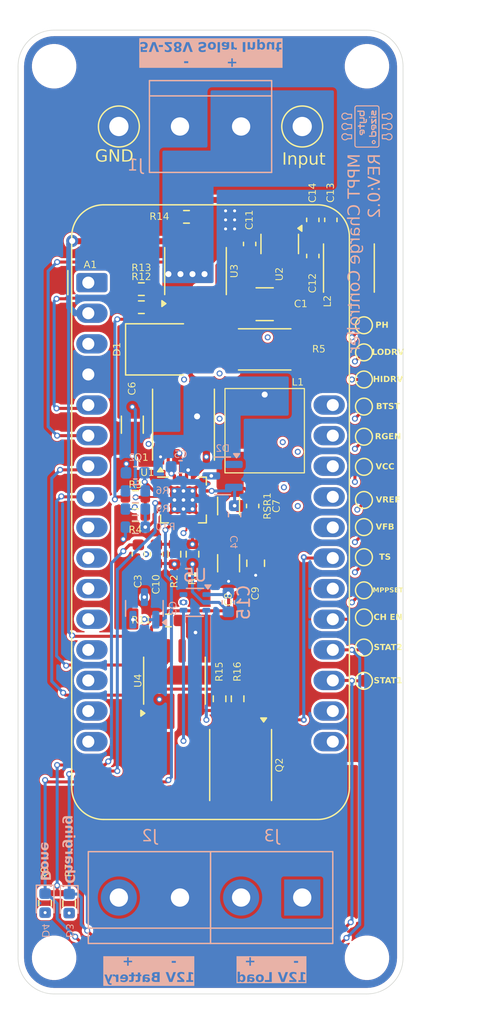
<source format=kicad_pcb>
(kicad_pcb (version 20240108) (generator "pcbnew") (generator_version "8.0")
  (title_block (title "MPPT Charge Controller") (rev "0.2"))
  (layers (0 "F.Cu" signal) (1 "In1.Cu" signal) (2 "In2.Cu" signal) (31 "B.Cu" signal) (34 "B.Paste" user) (35 "F.Paste" user) (36 "B.SilkS" user "B.Silkscreen") (37 "F.SilkS" user "F.Silkscreen") (38 "B.Mask" user) (39 "F.Mask" user) (44 "Edge.Cuts" user))
  (net 0 "")
  (net 3 "/STAT2")
  (net 5 "/Battery Current")
  (net 9 "/Battery Voltage")
  (net 13 "/STAT1")
  (net 15 "/~{Charge EN}")
  (net 17 "+3.3V")
  (net 21 "/SD_CS")
  (net 22 "/Solar Current")
  (net 23 "/Solar Voltage")
  (net 24 "GND")
  (net 26 "Net-(C1-Pad1)")
  (net 27 "/VCC")
  (net 28 "/VREF")
  (net 29 "/RGEN")
  (net 30 "/PH")
  (net 31 "/BTST")
  (net 32 "Net-(D1-K)")
  (net 33 "Net-(U1-SRP)")
  (net 34 "Net-(U1-SRN)")
  (net 35 "/VFB")
  (net 36 "/VIN")
  (net 37 "Net-(U2-BST)")
  (net 38 "Net-(U2-SW)")
  (net 39 "Net-(D3-A)")
  (net 40 "Net-(D4-A)")
  (net 41 "Net-(J2-Pin_2)")
  (net 42 "/LODRV")
  (net 43 "/HIDRV")
  (net 44 "/MPPSET")
  (net 45 "/TS")
  (net 46 "Net-(U4-FILTER)")
  (net 47 "Net-(U3-FILTER)")
  (net 48 "Net-(J3-Pin_1)")
  (net 49 "/Load Enable")
  (net 54 "PWR GND")
  (net 55 "/Input")
  (net 56 "/SCL")
  (net 57 "/SDA")
  (footprint "Capacitor_SMD:C_0603_1608Metric" (layer "F.Cu") (at 105.5 103.5 -90)
    (property "Reference" "C10")
    (property "Value" "22pF")
  )
  (footprint "Resistor_SMD:R_2512_6332Metric" (layer "F.Cu") (at 114.5 86.5)
    (property "Reference" "R5")
    (property "Value" "2")
  )
  (footprint "Package_SO:SOIC-8_3.9x4.9mm_P1.27mm" (layer "F.Cu") (at 108.75 80 90)
    (property "Reference" "U3")
    (property "Value" "ACS712xLCTR-05B")
  )
  (footprint "MountingHole:MountingHole_3.2mm_M3" (layer "F.Cu") (at 123 63)
    (property "Reference" "REF**" (hide yes))
    (property "Value" "MountingHole_3.2mm_M3")
  )
  (footprint "Resistor_SMD:R_0603_1608Metric" (layer "F.Cu") (at 98.25 132.5 -90)
    (property "Reference" "R7")
    (property "Value" "10k")
  )
  (footprint "Resistor_SMD:R_0603_1608Metric" (layer "F.Cu") (at 96.25 132.4625 -90)
    (property "Reference" "R8")
    (property "Value" "10k")
  )
  (footprint "TestPoint:TestPoint_Pad_D1.0mm" (layer "F.Cu") (at 122.75 93.75 180)
    (property "Reference" "TP8" (hide yes))
    (property "Value" "TestPoint")
  )
  (footprint "" (layer "F.Cu") (at 123 137)
    (property "Reference" "")
    (property "Value" "")
  )
  (footprint "Capacitor_SMD:C_0603_1608Metric" (layer "F.Cu") (at 113.25 77.75 90)
    (property "Reference" "C11")
    (property "Value" "10uF")
  )
  (footprint "Inductor_SMD:L_Vishay_IFSC-1515AH_4x4x1.8mm" (layer "F.Cu") (at 121.5 79.75 90)
    (property "Reference" "L2")
    (property "Value" "4.7uH")
  )
  (footprint "TestPoint:TestPoint_Pad_D1.0mm" (layer "F.Cu") (at 122.75 106.5 180)
    (property "Reference" "TP3" (hide yes))
    (property "Value" "TestPoint")
  )
  (footprint "TestPoint:TestPoint_Pad_D1.0mm" (layer "F.Cu") (at 122.75 103.75 180)
    (property "Reference" "TP4" (hide yes))
    (property "Value" "TestPoint")
  )
  (footprint "Capacitor_SMD:C_1206_3216Metric" (layer "F.Cu") (at 111.5 104.25 90)
    (property "Reference" "C8")
    (property "Value" "10uF")
  )
  (footprint "TestPoint:TestPoint_Pad_D1.0mm" (layer "F.Cu") (at 122.75 91.25 180)
    (property "Reference" "TP9" (hide yes))
    (property "Value" "TestPoint")
  )
  (footprint "Resistor_SMD:R_0603_1608Metric" (layer "F.Cu") (at 103.75 98.75)
    (property "Reference" "R3")
    (property "Value" "499k")
  )
  (footprint "Package_SO:SOIC-8_3.9x4.9mm_P1.27mm" (layer "F.Cu") (at 107 114 90)
    (property "Reference" "U4")
    (property "Value" "ACS712")
  )
  (footprint "Capacitor_SMD:C_0603_1608Metric" (layer "F.Cu") (at 104 103.5 -90)
    (property "Reference" "C3")
    (property "Value" "1uF")
  )
  (footprint "TestPoint:TestPoint_Pad_D1.0mm" (layer "F.Cu") (at 122.75 86.75 180)
    (property "Reference" "TP11" (hide yes))
    (property "Value" "TestPoint")
  )
  (footprint "Resistor_SMD:R_0603_1608Metric" (layer "F.Cu") (at 104.25 83 180)
    (property "Reference" "R12")
    (property "Value" "499k")
  )
  (footprint "TestPoint:TestPoint_Pad_D1.0mm" (layer "F.Cu") (at 122.75 96.25 180)
    (property "Reference" "TP1" (hide yes))
    (property "Value" "TestPoint")
  )
  (footprint "Capacitor_SMD:C_1210_3225Metric" (layer "F.Cu") (at 114.5 82.75 180)
    (property "Reference" "C1")
    (property "Value" "2.2uF")
  )
  (footprint "Package_SO:PowerPAK_SO-8_Dual" (layer "F.Cu") (at 107.75 92.75 90)
    (property "Reference" "Q1")
    (property "Value" "Q_Dual_NMOS_S1G1S2G2D2D2D1D1")
  )
  (footprint "Resistor_SMD:R_0603_1608Metric" (layer "F.Cu") (at 108.5 103.5 -90)
    (property "Reference" "R1")
    (property "Value" "100k")
  )
  (footprint "Resistor_SMD:R_0603_1608Metric" (layer "F.Cu") (at 108 75.5 180)
    (property "Reference" "R14")
    (property "Value" "100k")
  )
  (footprint "Resistor_SMD:R_1206_3216Metric" (layer "F.Cu") (at 111.5 99.5 90)
    (property "Reference" "RSR1")
    (property "Value" "0.02")
  )
  (footprint "Package_TO_SOT_SMD:TSOT-23-6" (layer "F.Cu") (at 115.75 77.75 -90)
    (property "Reference" "U2")
    (property "Value" "AP63203WU")
  )
  (footprint "" (layer "F.Cu") (at 97 137)
    (property "Reference" "")
    (property "Value" "")
  )
  (footprint "TestPoint:TestPoint_Loop_D2.60mm_Drill1.6mm_Beaded" (layer "F.Cu") (at 117.62 68)
    (property "Reference" "TP15" (hide yes))
    (property "Value" "TestPoint")
  )
  (footprint "" (layer "F.Cu") (at 97 63)
    (property "Reference" "")
    (property "Value" "")
  )
  (footprint "Module:Adafruit_Feather" (layer "F.Cu") (at 110 100)
    (property "Reference" "A1")
    (property "Value" "Adafruit_Feather_HUZZAH32_ESP32")
  )
  (footprint "Resistor_SMD:R_0603_1608Metric" (layer "F.Cu") (at 103.75 100.25 180)
    (property "Reference" "R4")
    (property "Value" "36k")
  )
  (footprint "Capacitor_SMD:C_0603_1608Metric" (layer "F.Cu") (at 118.5 75.75 90)
    (property "Reference" "C14")
    (property "Value" "22uF")
  )
  (footprint "TestPoint:TestPoint_Pad_D1.0mm" (layer "F.Cu") (at 122.75 114.01 180)
    (property "Reference" "TP6" (hide yes))
    (property "Value" "TestPoint")
  )
  (footprint "MPPT Charge Controller Footprint Library:L_Vishay_6.9x6.5" (layer "F.Cu") (at 114.5 93.25 -90)
    (property "Reference" "L1")
    (property "Value" "10uH")
  )
  (footprint "Resistor_SMD:R_0603_1608Metric" (layer "F.Cu") (at 107 103.5 90)
    (property "Reference" "R2")
    (property "Value" "499k")
  )
  (footprint "TestPoint:TestPoint_Pad_D1.0mm" (layer "F.Cu") (at 122.75 101.25 180)
    (property "Reference" "TP5" (hide yes))
    (property "Value" "TestPoint")
  )
  (footprint "TestPoint:TestPoint_Pad_D1.0mm" (layer "F.Cu") (at 122.75 111.25 180)
    (property "Reference" "TP7" (hide yes))
    (property "Value" "TestPoint")
  )
  (footprint "Resistor_SMD:R_0603_1608Metric" (layer "F.Cu") (at 104.25 81.5)
    (property "Reference" "R13")
    (property "Value" "68k")
  )
  (footprint "TestPoint:TestPoint_Pad_D1.0mm" (layer "F.Cu") (at 122.75 108.75 180)
    (property "Reference" "TP13" (hide yes))
    (property "Value" "TestPoint")
  )
  (footprint "Capacitor_SMD:C_0603_1608Metric" (layer "F.Cu") (at 118.5 78.75 90)
    (property "Reference" "C12")
    (property "Value" "0.1uF")
  )
  (footprint "Capacitor_SMD:C_0805_2012Metric" (layer "F.Cu") (at 113.75 104.25 90)
    (property "Reference" "C9")
    (property "Value" "4.7uF")
  )
  (footprint "Resistor_SMD:R_0603_1608Metric" (layer "F.Cu") (at 110.75 115.5 90)
    (property "Reference" "R15")
    (property "Value" "499k")
  )
  (footprint "Resistor_SMD:R_0603_1608Metric" (layer "F.Cu") (at 112.25 115.5 -90)
    (property "Reference" "R16")
    (property "Value" "150k")
  )
  (footprint "Package_SO:PowerPAK_SO-8_Dual" (layer "F.Cu") (at 112.5 121 -90)
    (property "Reference" "Q2")
    (property "Value" "Q_Dual_NMOS_S1G1S2G2D2D2D1D1")
  )
  (footprint "Capacitor_SMD:C_0603_1608Metric" (layer "F.Cu") (at 113.5 99.5 -90)
    (property "Reference" "C7")
    (property "Value" "0.1uF")
  )
  (footprint "Capacitor_SMD:C_1206_3216Metric" (layer "F.Cu") (at 103.5 92.75 90)
    (property "Reference" "C6")
    (property "Value" "10uF")
  )
  (footprint "TestPoint:TestPoint_Pad_D1.0mm" (layer "F.Cu") (at 122.75 84.5 180)
    (property "Reference" "TP12" (hide yes))
    (property "Value" "TestPoint")
  )
  (footprint "TestPoint:TestPoint_Pad_D1.0mm" (layer "F.Cu") (at 122.75 99 180)
    (property "Reference" "TP2" (hide yes))
    (property "Value" "TestPoint")
  )
  (footprint "Resistor_SMD:R_0603_1608Metric" (layer "F.Cu") (at 106.5 109 180)
    (property "Reference" "R11")
    (property "Value" "100k")
  )
  (footprint "Capacitor_SMD:C_0603_1608Metric" (layer "F.Cu") (at 120 75.75 90)
    (property "Reference" "C13")
    (property "Value" "22uF")
  )
  (footprint "TestPoint:TestPoint_Loop_D2.60mm_Drill1.6mm_Beaded" (layer "F.Cu") (at 102.38 68)
    (property "Reference" "TP14" (hide yes))
    (property "Value" "TestPoint")
  )
  (footprint "Diode_SMD:D_PowerDI-5" (layer "F.Cu") (at 106.75 86.5)
    (property "Reference" "D1")
    (property "Value" "PDS1040")
  )
  (footprint "MPPT Charge Controller Footprint Library:VQFN-16_EP_3.5x3.5_Pitch0.5mm" (layer "F.Cu") (at 107.75 99)
    (property "Reference" "U1")
    (property "Value" "~")
  )
  (footprint "TestPoint:TestPoint_Pad_D1.0mm" (layer "F.Cu") (at 122.75 89 180)
    (property "Reference" "TP10" (hide yes))
    (property "Value" "TestPoint")
  )
  (footprint "Capacitor_SMD:C_0603_1608Metric" (layer "B.Cu") (at 112 100.25 -90)
    (property "Reference" "C4")
    (property "Value" "1uF")
  )
  (footprint "NetTie:NetTie-2_SMD_Pad0.5mm" (layer "B.Cu") (at 107.75 97.75 90)
    (property "Reference" "NT2" (hide yes))
    (property "Value" "~" (hide yes))
  )
  (footprint "Resistor_SMD:R_0603_1608Metric" (layer "B.Cu") (at 103.75 98.25)
    (property "Reference" "R6")
    (property "Value" "10")
  )
  (footprint "TerminalBlock:TerminalBlock_bornier-2_P5.08mm" (layer "B.Cu") (at 117.62 132 180)
    (property "Reference" "J3")
    (property "Value" "Conn_01x02_Socket")
  )
  (footprint "Package_TO_SOT_SMD:SOT-363_SC-70-6" (layer "B.Cu") (at 108.7 107.5 180)
    (property "Reference" "U5")
    (property "Value" "MCP4018")
  )
  (footprint "LED_SMD:LED_0603_1608Metric" (layer "B.Cu") (at 96.25 132.4625 -90)
    (property "Reference" "D4")
    (property "Value" "GREEN")
  )
  (footprint "Resistor_SMD:R_0603_1608Metric" (layer "B.Cu") (at 103.75 99.75)
    (property "Reference" "R9")
    (property "Value" "5.23k")
  )
  (footprint "NetTie:NetTie-2_SMD_Pad0.5mm" (layer "B.Cu") (at 107.75 100.25 -90)
    (property "Reference" "NT4" (hide yes))
    (property "Value" "~" (hide yes))
  )
  (footprint "New Logo:byteSizedEngineeringLogo-5mm" (layer "B.Cu") (at 123 68 -90)
    (property "Reference" "G***" (hide yes))
    (property "Value" "LOGO" (hide yes))
  )
  (footprint "Capacitor_SMD:C_0603_1608Metric" (layer "B.Cu") (at 111.475 107.5 -90)
    (property "Reference" "C15")
    (property "Value" "0.1uF")
  )
  (footprint "Capacitor_SMD:C_0603_1608Metric" (layer "B.Cu") (at 107.5 96.25 180)
    (property "Reference" "C5")
    (property "Value" "0.1uF")
  )
  (footprint "TerminalBlock:TerminalBlock_bornier-2_P5.08mm" (layer "B.Cu") (at 107.46 132 180)
    (property "Reference" "J2")
    (property "Value" "Conn_01x02_Socket")
  )
  (footprint "LED_SMD:LED_0603_1608Metric" (layer "B.Cu") (at 98.25 132.5 -90)
    (property "Reference" "D3")
    (property "Value" "RED")
  )
  (footprint "Package_TO_SOT_SMD:SOT-23" (layer "B.Cu") (at 104.5 108 90)
    (property "Reference" "Q3")
    (property "Value" "2N7002")
  )
  (footprint "Resistor_SMD:R_0603_1608Metric" (layer "B.Cu") (at 103.75 101.25 180)
    (property "Reference" "R10")
    (property "Value" "30.1k")
  )
  (footprint "TerminalBlock:TerminalBlock_bornier-2_P5.08mm" (layer "B.Cu") (at 107.46 68)
    (property "Reference" "J1")
    (property "Value" "Conn_01x02_Socket")
  )
  (footprint "NetTie:NetTie-2_SMD_Pad0.5mm" (layer "B.Cu") (at 109 99)
    (property "Reference" "NT1" (hide yes))
    (property "Value" "~" (hide yes))
  )
  (footprint "NetTie:NetTie-2_SMD_Pad0.5mm" (layer "B.Cu") (at 106.5 99 180)
    (property "Reference" "NT3" (hide yes))
    (property "Value" "~" (hide yes))
  )
  (footprint "Capacitor_SMD:C_0603_1608Metric" (layer "B.Cu") (at 103.75 96.75 180)
    (property "Reference" "C2")
    (property "Value" "1uF")
  )
  (footprint "Package_TO_SOT_SMD:SOT-23" (layer "B.Cu") (at 111 97 180)
    (property "Reference" "D2")
    (property "Value" "BAT54C")
  )
  (gr_line (start 97 60) (end 123 60) (stroke (width 0.05)) (layer "Edge.Cuts"))
  (gr_arc (start 94 63) (mid 94.87868 60.87868) (end 97 60) (stroke (width 0.05)) (layer "Edge.Cuts"))
  (gr_line (start 123 140) (end 97 140) (stroke (width 0.05)) (layer "Edge.Cuts"))
  (gr_arc (start 97 140) (mid 94.87868 139.12132) (end 94 137) (stroke (width 0.05)) (layer "Edge.Cuts"))
  (gr_arc (start 126 137) (mid 125.12132 139.12132) (end 123 140) (stroke (width 0.05)) (layer "Edge.Cuts"))
  (gr_arc (start 123 60) (mid 125.12132 60.87868) (end 126 63) (stroke (width 0.05)) (layer "Edge.Cuts"))
  (gr_line (start 126 63) (end 126 137) (stroke (width 0.05)) (layer "Edge.Cuts"))
  (gr_line (start 94 137) (end 94 63) (stroke (width 0.05)) (layer "Edge.Cuts"))
  (gr_text "Charging" (at 98.25 128 -90) (layer "B.SilkS") (effects (font (size 0.8 0.8) (thickness 0.15) (bold yes)) (justify mirror)))
  (gr_text "-        +\n12V Battery" (at 104.92 138 0) (layer "B.SilkS" knockout) (effects (font (size 0.8 0.8) (thickness 0.15) (bold yes)) (justify mirror)))
  (gr_text "-        +\n12V Load" (at 115.08 138 0) (layer "B.SilkS" knockout) (effects (font (size 0.8 0.8) (thickness 0.15) (bold yes)) (justify mirror)))
  (gr_text "Done" (at 96.25 129 -90) (layer "B.SilkS") (effects (font (size 0.8 0.8) (thickness 0.15) (bold yes)) (justify mirror)))
  (gr_text "${TITLE}\nREV:${REVISION}" (at 124.250218 70.25 90) (layer "B.SilkS") (effects (font (size 1 1) (thickness 0.1)) (justify left bottom mirror)))
  (gr_text "-        +\n5V-28V Solar Input" (at 110 62 180) (layer "B.SilkS" knockout) (effects (font (size 0.8 0.8) (thickness 0.15) (bold yes)) (justify mirror)))
  (gr_text "MPPSET" (at 124.75 106.5 0) (layer "F.SilkS") (effects (font (size 0.4 0.4) (thickness 0.1) (bold yes))))
  (gr_text "PH" (at 124.25 84.5 0) (layer "F.SilkS") (effects (font (size 0.5 0.5) (thickness 0.1) (bold yes))))
  (gr_text "VREF" (at 124.75 99 0) (layer "F.SilkS") (effects (font (size 0.5 0.5) (thickness 0.1) (bold yes))))
  (gr_text "VCC" (at 124.5 96.25 0) (layer "F.SilkS") (effects (font (size 0.5 0.5) (thickness 0.1) (bold yes))))
  (gr_text "BTST" (at 124.75 91.25 0) (layer "F.SilkS") (effects (font (size 0.5 0.5) (thickness 0.1) (bold yes))))
  (gr_text "CH EN" (at 124.75 108.75 0) (layer "F.SilkS") (effects (font (size 0.5 0.5) (thickness 0.1) (bold yes))))
  (gr_text "LODRV" (at 124.75 86.75 0) (layer "F.SilkS") (effects (font (size 0.5 0.5) (thickness 0.1) (bold yes))))
  (gr_text "VFB" (at 124.5 101.25 0) (layer "F.SilkS") (effects (font (size 0.5 0.5) (thickness 0.1) (bold yes))))
  (gr_text "RGEN" (at 124.75 93.75 0) (layer "F.SilkS") (effects (font (size 0.5 0.5) (thickness 0.1) (bold yes))))
  (gr_text "Input" (at 117.75 70.75 0) (layer "F.SilkS") (effects (font (size 1 1))))
  (gr_text "STAT1" (at 124.75 114.01 0) (layer "F.SilkS") (effects (font (size 0.5 0.5) (thickness 0.1) (bold yes))))
  (gr_text "STAT2" (at 124.75 111.25 0) (layer "F.SilkS") (effects (font (size 0.5 0.5) (thickness 0.1) (bold yes))))
  (gr_text "GND" (at 102 70.5 0) (layer "F.SilkS") (effects (font (size 1 1))))
  (gr_text "HIDRV" (at 124.75 89 0) (layer "F.SilkS") (effects (font (size 0.5 0.5) (thickness 0.1) (bold yes))))
  (gr_text "TS" (at 124.5 103.75 0) (layer "F.SilkS") (effects (font (size 0.5 0.5) (thickness 0.1) (bold yes))))
  (segment (start 121.3 135.35) (end 120.4 136.25) (width 0.25) (layer "F.Cu") (net 3))
  (segment (start 120.4 136.25) (end 99.75 136.25) (width 0.25) (layer "F.Cu") (net 3))
  (segment (start 122.75 111.25) (end 122.56 111.44) (width 0.25) (layer "F.Cu") (net 3))
  (segment (start 107 100.75) (end 106.25 101.5) (width 0.25) (layer "F.Cu") (net 3))
  (segment (start 96.25 122.25) (end 96.4 122.4) (width 0.25) (layer "F.Cu") (net 3))
  (segment (start 122.56 111.44) (end 121.75 111.44) (width 0.25) (layer "F.Cu") (net 3))
  (segment (start 121.75 111.44) (end 120.16 111.44) (width 0.25) (layer "F.Cu") (net 3))
  (segment (start 106.35 122.4) (end 106.5 122.25) (width 0.25) (layer "F.Cu") (net 3))
  (segment (start 99.75 136.25) (end 98.75 135.25) (width 0.25) (layer "F.Cu") (net 3))
  (segment (start 96.4 122.4) (end 106.35 122.4) (width 0.25) (layer "F.Cu") (net 3))
  (via (at 106.5 122.25) (size 0.5) (drill 0.3) (layers "F.Cu" "B.Cu") (net 3))
  (via (at 96.25 122.25) (size 0.5) (drill 0.3) (layers "F.Cu" "B.Cu") (net 3))
  (via (at 121.3 135.35) (size 0.5) (drill 0.3) (layers "F.Cu" "B.Cu") (net 3))
  (via (at 98.75 135.25) (size 0.5) (drill 0.3) (layers "F.Cu" "B.Cu") (net 3))
  (via (at 121.75 111.44) (size 0.5) (drill 0.3) (layers "F.Cu" "B.Cu") (net 3))
  (via (at 106.25 101.5) (size 0.5) (drill 0.3) (layers "F.Cu" "B.Cu") (net 3))
  (segment (start 106.25 101.5) (end 106.25 105.25) (width 0.25) (layer "B.Cu") (net 3))
  (segment (start 121.3 135.35) (end 122.4 134.25) (width 0.25) (layer "B.Cu") (net 3))
  (segment (start 98.75 135.25) (end 97.25 133.75) (width 0.25) (layer "B.Cu") (net 3))
  (segment (start 106.75 122) (end 106.5 122.25) (width 0.25) (layer "B.Cu") (net 3))
  (segment (start 122.4 112.09) (end 121.75 111.44) (width 0.25) (layer "B.Cu") (net 3))
  (segment (start 97.25 132.5) (end 96.425 131.675) (width 0.25) (layer "B.Cu") (net 3))
  (segment (start 97.25 133.75) (end 97.25 132.5) (width 0.25) (layer "B.Cu") (net 3))
  (segment (start 106.75 105.75) (end 106.75 122) (width 0.25) (layer "B.Cu") (net 3))
  (segment (start 106.25 105.25) (end 106.75 105.75) (width 0.25) (layer "B.Cu") (net 3))
  (segment (start 96.425 131.675) (end 96.25 131.675) (width 0.25) (layer "B.Cu") (net 3))
  (segment (start 122.4 134.25) (end 122.4 112.09) (width 0.25) (layer "B.Cu") (net 3))
  (segment (start 96.25 131.675) (end 96.25 122.25) (width 0.25) (layer "B.Cu") (net 3))
  (segment (start 97.64 98.74) (end 99.84 98.74) (width 0.25) (layer "F.Cu") (net 5))
  (segment (start 98.05 112.7) (end 104.619092 112.7) (width 0.25) (layer "F.Cu") (net 5))
  (segment (start 98 112.75) (end 98.05 112.7) (width 0.25) (layer "F.Cu") (net 5))
  (segment (start 106.365 112.499999) (end 106.365 111.525) (width 0.25) (layer "F.Cu") (net 5))
  (segment (start 106.039999 112.825) (end 106.365 112.499999) (width 0.25) (layer "F.Cu") (net 5))
  (segment (start 104.619092 112.7) (end 104.744092 112.825) (width 0.25) (layer "F.Cu") (net 5))
  (segment (start 97.6 98.7) (end 97.64 98.74) (width 0.25) (layer "F.Cu") (net 5))
  (segment (start 104.744092 112.825) (end 106.039999 112.825) (width 0.25) (layer "F.Cu") (net 5))
  (via (at 97.6 98.7) (size 0.5) (drill 0.3) (layers "F.Cu" "B.Cu") (net 5))
  (via (at 98 112.75) (size 0.5) (drill 0.3) (layers "F.Cu" "B.Cu") (net 5))
  (segment (start 97.6 98.7) (end 97.2 99.1) (width 0.25) (layer "B.Cu") (net 5))
  (segment (start 97.2 111.95) (end 98 112.75) (width 0.25) (layer "B.Cu") (net 5))
  (segment (start 97.2 99.1) (end 97.2 111.95) (width 0.25) (layer "B.Cu") (net 5))
  (segment (start 103.5 114.7) (end 103 115.2) (width 0.25) (layer "F.Cu") (net 9))
  (segment (start 97.5 96.5) (end 99.54 96.5) (width 0.25) (layer "F.Cu") (net 9))
  (segment (start 110.725 114.7) (end 103.5 114.7) (width 0.25) (layer "F.Cu") (net 9))
  (segment (start 97.95 115.2) (end 97.75 115) (width 0.25) (layer "F.Cu") (net 9))
  (segment (start 99.54 96.5) (end 99.84 96.2) (width 0.25) (layer "F.Cu") (net 9))
  (segment (start 110.75 114.675) (end 112.25 114.675) (width 0.25) (layer "F.Cu") (net 9))
  (segment (start 103 115.2) (end 97.95 115.2) (width 0.25) (layer "F.Cu") (net 9))
  (segment (start 110.75 114.675) (end 110.725 114.7) (width 0.25) (layer "F.Cu") (net 9))
  (via (at 97.75 115) (size 0.5) (drill 0.3) (layers "F.Cu" "B.Cu") (net 9))
  (via (at 97.5 96.5) (size 0.5) (drill 0.3) (layers "F.Cu" "B.Cu") (net 9))
  (segment (start 97.75 115) (end 96.8 114.05) (width 0.25) (layer "B.Cu") (net 9))
  (segment (start 96.8 114.05) (end 96.8 97.2) (width 0.25) (layer "B.Cu") (net 9))
  (segment (start 96.8 97.2) (end 97.5 96.5) (width 0.25) (layer "B.Cu") (net 9))
  (segment (start 98.25 121.75) (end 98.5 121.5) (width 0.25) (layer "F.Cu") (net 13))
  (segment (start 100.75 135.75) (end 99.75 134.75) (width 0.25) (layer "F.Cu") (net 13))
  (segment (start 121.73 113.98) (end 121.75 114) (width 0.25) (layer "F.Cu") (net 13))
  (segment (start 98.5 121.5) (end 102.25 121.5) (width 0.25) (layer "F.Cu") (net 13))
  (segment (start 120.16 113.98) (end 121.73 113.98) (width 0.25) (layer "F.Cu") (net 13))
  (segment (start 122.75 114.01) (end 121.76 114.01) (width 0.25) (layer "F.Cu") (net 13))
  (segment (start 121.76 114.01) (end 121.75 114) (width 0.25) (layer "F.Cu") (net 13))
  (segment (start 119.95 135.75) (end 100.75 135.75) (width 0.25) (layer "F.Cu") (net 13))
  (segment (start 105.4 99.257149) (end 105.407149 99.25) (width 0.25) (layer "F.Cu") (net 13))
  (segment (start 105.407149 99.25) (end 106 99.25) (width 0.25) (layer "F.Cu") (net 13))
  (segment (start 121.65 134.05) (end 119.95 135.75) (width 0.25) (layer "F.Cu") (net 13))
  (via (at 121.75 114) (size 0.5) (drill 0.3) (layers "F.Cu" "B.Cu") (net 13))
  (via (at 105.4 99.257149) (size 0.5) (drill 0.3) (layers "F.Cu" "B.Cu") (net 13))
  (via (at 99.75 134.75) (size 0.5) (drill 0.3) (layers "F.Cu" "B.Cu") (net 13))
  (via (at 102.25 121.5) (size 0.5) (drill 0.3) (layers "F.Cu" "B.Cu") (net 13))
  (via (at 121.65 134.05) (size 0.5) (drill 0.3) (layers "F.Cu" "B.Cu") (net 13))
  (via (at 98.25 121.75) (size 0.5) (drill 0.3) (layers "F.Cu" "B.Cu") (net 13))
  (segment (start 105.4 101.648004) (end 102.298004 104.75) (width 0.25) (layer "B.Cu") (net 13))
  (segment (start 102.298004 104.75) (end 102.25 104.75) (width 0.25) (layer "B.Cu") (net 13))
  (segment (start 99.75 134.75) (end 99.25 134.25) (width 0.25) (layer "B.Cu") (net 13))
  (segment (start 121.65 134.05) (end 121.75 133.95) (width 0.25) (layer "B.Cu") (net 13))
  (segment (start 98.9625 131.7125) (end 98.25 131.7125) (width 0.25) (layer "B.Cu") (net 13))
  (segment (start 98.25 121.75) (end 98.25 131.7125) (width 0.25) (layer "B.Cu") (net 13))
  (segment (start 99.25 134.25) (end 99.25 132) (width 0.25) (layer "B.Cu") (net 13))
  (segment (start 102.25 104.75) (end 102.25 121.5) (width 0.25) (layer "B.Cu") (net 13))
  (segment (start 105.4 99.257149) (end 105.4 101.648004) (width 0.25) (layer "B.Cu") (net 13))
  (segment (start 121.75 133.95) (end 121.75 114) (width 0.25) (layer "B.Cu") (net 13))
  (segment (start 99.25 132) (end 98.9625 131.7125) (width 0.25) (layer "B.Cu") (net 13))
  (segment (start 122.75 108.75) (end 122.6 108.9) (width 0.25) (layer "F.Cu") (net 15))
  (segment (start 122.6 108.9) (end 120.16 108.9) (width 0.25) (layer "F.Cu") (net 15))
  (via (at 104.5 108.9) (size 0.5) (drill 0.3) (layers "F.Cu" "B.Cu") (net 15))
  (segment (start 104.5 108.9) (end 104.5375 108.9375) (width 0.25) (layer "B.Cu") (net 15))
  (segment (start 104.5375 108.9375) (end 105.45 108.9375) (width 0.25) (layer "B.Cu") (net 15))
  (segment (start 111.25 108.2) (end 111.5 107.95) (width 0.25) (layer "F.Cu") (net 17))
  (segment (start 118.5 76.525) (end 120 76.525) (width 0.5) (layer "F.Cu") (net 17))
  (segment (start 106.845 77.525) (end 106.845 75.83) (width 0.5) (layer "F.Cu") (net 17))
  (segment (start 107.175 75.5) (end 107.175 74.825) (width 0.5) (layer "F.Cu") (net 17))
  (segment (start 105.095 111.525) (end 105.095 109.58) (width 0.25) (layer "F.Cu") (net 17))
  (segment (start 111.5 106.775) (end 111.475 106.75) (width 0.25) (layer "F.Cu") (net 17))
  (segment (start 98.525 77.525) (end 98.5 77.5) (width 0.5) (layer "F.Cu") (net 17))
  (segment (start 105.095 109.58) (end 105.675 109) (width 0.25) (layer "F.Cu") (net 17))
  (segment (start 116.7 74.7) (end 116.7 76.6125) (width 0.5) (layer "F.Cu") (net 17))
  (segment (start 118.4125 76.6125) (end 118.5 76.525) (width 0.5) (layer "F.Cu") (net 17))
  (segment (start 107.175 74.825) (end 107.9 74.1) (width 0.5) (layer "F.Cu") (net 17))
  (segment (start 121.025 76.525) (end 120 76.525) (width 0.5) (layer "F.Cu") (net 17))
  (segment (start 121.5 78.275) (end 121.5 77) (width 0.5) (layer "F.Cu") (net 17))
  (segment (start 103.885 110.315) (end 105.095 111.525) (width 0.25) (layer "F.Cu") (net 17))
  (segment (start 121.5 77) (end 121.025 76.525) (width 0.5) (layer "F.Cu") (net 17))
  (segment (start 98.685 110.315) (end 103.885 110.315) (width 0.25) (layer "F.Cu") (net 17))
  (segment (start 107.9 74.1) (end 116.1 74.1) (width 0.5) (layer "F.Cu") (net 17))
  (segment (start 98.62 110.25) (end 98.685 110.315) (width 0.25) (layer "F.Cu") (net 17))
  (segment (start 111.5 107.95) (end 111.5 106.775) (width 0.25) (layer "F.Cu") (net 17))
  (segment (start 105.675 109) (end 106.475 108.2) (width 0.25) (layer "F.Cu") (net 17))
  (segment (start 106.845 75.83) (end 107.175 75.5) (width 0.5) (layer "F.Cu") (net 17))
  (segment (start 116.7 76.6125) (end 118.4125 76.6125) (width 0.5) (layer "F.Cu") (net 17))
  (segment (start 106.475 108.2) (end 111.25 108.2) (width 0.25) (layer "F.Cu") (net 17))
  (segment (start 98.5 110.25) (end 98.62 110.25) (width 0.25) (layer "F.Cu") (net 17))
  (segment (start 116.1 74.1) (end 116.7 74.7) (width 0.5) (layer "F.Cu") (net 17))
  (segment (start 106.845 77.525) (end 98.525 77.525) (width 0.5) (layer "F.Cu") (net 17))
  (via (at 98.5 110.25) (size 0.5) (drill 0.3) (layers "F.Cu" "B.Cu") (net 17))
  (via (at 98.5 77.5) (size 1) (drill 0.5) (layers "F.Cu" "B.Cu") (net 17))
  (via (at 111.475 106.75) (size 0.5) (drill 0.3) (layers "F.Cu" "B.Cu") (net 17))
  (segment (start 98.2 98.4444) (end 98.2 83.05) (width 0.25) (layer "B.Cu") (net 17))
  (segment (start 98.205 98.4494) (end 98.2 98.4444) (width 0.25) (layer "B.Cu") (net 17))
  (segment (start 109.65 106.85) (end 111.35 106.85) (width 0.25) (layer "B.Cu") (net 17))
  (segment (start 98.25 77.75) (end 98.25 83) (width 0.5) (layer "B.Cu") (net 17))
  (segment (start 98.5 110.25) (end 98.2 109.95) (width 0.25) (layer "B.Cu") (net 17))
  (segment (start 98.2 98.9556) (end 98.205 98.9506) (width 0.25) (layer "B.Cu") (net 17))
  (segment (start 98.205 98.9506) (end 98.205 98.4494) (width 0.25) (layer "B.Cu") (net 17))
  (segment (start 98.25 83) (end 98.75 83.5) (width 0.5) (layer "B.Cu") (net 17))
  (segment (start 98.2 83.05) (end 98.25 83) (width 0.25) (layer "B.Cu") (net 17))
  (segment (start 98.2 109.95) (end 98.2 98.9556) (width 0.25) (layer "B.Cu") (net 17))
  (segment (start 111.35 106.85) (end 111.475 106.725) (width 0.25) (layer "B.Cu") (net 17))
  (segment (start 98.75 83.5) (end 99.84 83.5) (width 0.5) (layer "B.Cu") (net 17))
  (segment (start 98.5 77.5) (end 98.25 77.75) (width 0.5) (layer "B.Cu") (net 17))
  (segment (start 108.115 77.525) (end 108.115 78.499999) (width 0.25) (layer "F.Cu") (net 22))
  (segment (start 108.115 78.499999) (end 107.364999 79.25) (width 0.25) (layer "F.Cu") (net 22))
  (segment (start 97.25 93.66) (end 99.84 93.66) (width 0.25) (layer "F.Cu") (net 22))
  (segment (start 107.364999 79.25) (end 97.25 79.25) (width 0.25) (layer "F.Cu") (net 22))
  (via (at 97.25 93.66) (size 0.5) (drill 0.3) (layers "F.Cu" "B.Cu") (net 22))
  (via (at 97.25 79.25) (size 0.5) (drill 0.3) (layers "F.Cu" "B.Cu") (net 22))
  (segment (start 96.5 80) (end 96.5 92.91) (width 0.25) (layer "B.Cu") (net 22))
  (segment (start 97.25 79.25) (end 96.5 80) (width 0.25) (layer "B.Cu") (net 22))
  (segment (start 96.5 92.91) (end 97.25 93.66) (width 0.25) (layer "B.Cu") (net 22))
  (segment (start 97.95 82.3) (end 98 82.25) (width 0.25) (layer "F.Cu") (net 23))
  (segment (start 99.56 91.4) (end 99.84 91.12) (width 0.25) (layer "F.Cu") (net 23))
  (segment (start 97.2 91.4) (end 99.56 91.4) (width 0.25) (layer "F.Cu") (net 23))
  (segment (start 103.425 83) (end 103.425 81.5) (width 0.5) (layer "F.Cu") (net 23))
  (segment (start 97.2 82.3) (end 97.95 82.3) (width 0.25) (layer "F.Cu") (net 23))
  (segment (start 98 82.25) (end 102.675 82.25) (width 0.25) (layer "F.Cu") (net 23))
  (segment (start 102.675 82.25) (end 103.425 83) (width 0.25) (layer "F.Cu") (net 23))
  (via (at 97.2 82.3) (size 0.5) (drill 0.3) (layers "F.Cu" "B.Cu") (net 23))
  (via (at 97.2 91.4) (size 0.5) (drill 0.3) (layers "F.Cu" "B.Cu") (net 23))
  (segment (start 97 82.5) (end 97.2 82.3) (width 0.25) (layer "B.Cu") (net 23))
  (segment (start 97 91.2) (end 97 82.5) (width 0.25) (layer "B.Cu") (net 23))
  (segment (start 97.2 91.4) (end 97 91.2) (width 0.25) (layer "B.Cu") (net 23))
  (segment (start 108.385 95.42) (end 108.405 95.42) (width 0.25) (layer "F.Cu") (net 24))
  (segment (start 113.75 105.2) (end 113.75 105.25) (width 0.25) (layer "F.Cu") (net 24))
  (segment (start 108.905 111.525) (end 108.905 110.155) (width 0.25) (layer "F.Cu") (net 24))
  (segment (start 108.905 110.155) (end 108.75 110) (width 0.25) (layer "F.Cu") (net 24))
  (segment (start 111.5 105.725) (end 111.5 105.75) (width 0.25) (layer "F.Cu") (net 24))
  (segment (start 108.405 95.42) (end 108.5 95.325) (width 0.25) (layer "F.Cu") (net 24))
  (via (at 112 76.5) (size 0.5) (drill 0.25) (layers "F.Cu" "B.Cu") (net 24))
  (via (at 112 75) (size 0.5) (drill 0.25) (layers "F.Cu" "B.Cu") (net 24))
  (via (at 108.75 110) (size 0.5) (drill 0.3) (layers "F.Cu" "B.Cu") (net 24))
  (via (at 113.75 105.25) (size 0.5) (drill 0.25) (layers "F.Cu" "B.Cu") (net 24))
  (via (at 111.25 76.5) (size 0.5) (drill 0.25) (layers "F.Cu" "B.Cu") (net 24))
  (via (at 111.25 75.75) (size 0.5) (drill 0.25) (layers "F.Cu" "B.Cu") (net 24))
  (via (at 111.25 75) (size 0.5) (drill 0.25) (layers "F.Cu" "B.Cu") (net 24))
  (via (at 111.5 105.75) (size 0.5) (drill 0.25) (layers "F.Cu" "B.Cu") (net 24))
  (via (at 112 75.75) (size 0.5) (drill 0.25) (layers "F.Cu" "B.Cu") (net 24))
  (segment (start 117.4625 84.2375) (end 115.975 82.75) (width 0.5) (layer "F.Cu") (net 26))
  (segment (start 117.4625 86.5) (end 117.4625 84.2375) (width 0.5) (layer "F.Cu") (net 26))
  (segment (start 104.548004 97.5) (end 104.525 97.5) (width 0.25) (layer "F.Cu") (net 27))
  (segment (start 105.298004 98.25) (end 104.548004 97.5) (width 0.25) (layer "F.Cu") (net 27))
  (segment (start 122 97.5) (end 122 97) (width 0.25) (layer "F.Cu") (net 27))
  (segment (start 106 98.25) (end 105.298004 98.25) (width 0.25) (layer "F.Cu") (net 27))
  (segment (start 122 97) (end 122.75 96.25) (width 0.25) (layer "F.Cu") (net 27))
  (via (at 116 94.2) (size 0.5) (drill 0.3) (layers "F.Cu" "B.Cu") (net 27))
  (via (at 122 97.5) (size 0.5) (drill 0.3) (layers "F.Cu" "B.Cu") (net 27))
  (via (at 104.85 94.35) (size 0.5) (drill 0.3) (layers "F.Cu" "B.Cu") (net 27))
  (via (at 116.1 97.950002) (size 0.5) (drill 0.3) (layers "F.Cu" "B.Cu") (net 27))
  (via (at 104.525 97.5) (size 0.5) (drill 0.3) (layers "F.Cu" "B.Cu") (net 27))
  (segment (start 104.525 97.5) (end 104.525 98.2) (width 0.25) (layer "B.Cu") (net 27))
  (segment (start 104.525 98.2) (end 104.575 98.25) (width 0.25) (layer "B.Cu") (net 27))
  (segment (start 104.525 96.75) (end 104.525 97.5) (width 0.25) (layer "B.Cu") (net 27))
  (segment (start 107.5 100.75) (end 108 100.75) (width 0.25) (layer "F.Cu") (net 28))
  (segment (start 98.2125 131.6375) (end 98.25 131.675) (width 0.5) (layer "F.Cu") (net 28))
  (segment (start 104 102.725) (end 103.275 102.725) (width 0.25) (layer "F.Cu") (net 28))
  (segment (start 97.25 131.6375) (end 98.2125 131.6375) (width 0.5) (layer "F.Cu") (net 28))
  (segment (start 108 101.5) (end 107.75 101.75) (width 0.15) (layer "F.Cu") (net 28))
  (segment (start 97.25 131) (end 97.25 131.6375) (width 0.25) (layer "F.Cu") (net 28))
  (segment (start 122.75 99.25) (end 122.75 99) (width 0.25) (layer "F.Cu") (net 28))
  (segment (start 122.2 99.8) (end 122.75 99.25) (width 0.25) (layer "F.Cu") (net 28))
  (segment (start 101.2 121) (end 101.5 120.7) (width 0.25) (layer "F.Cu") (net 28))
  (segment (start 103.275 102.725) (end 102.75 103.25) (width 0.25) (layer "F.Cu") (net 28))
  (segment (start 108 100.75) (end 108 101.5) (width 0.15) (layer "F.Cu") (net 28))
  (segment (start 96.25 131.6375) (end 97.25 131.6375) (width 0.5) (layer "F.Cu") (net 28))
  (segment (start 97.25 121) (end 101.2 121) (width 0.25) (layer "F.Cu") (net 28))
  (via (at 101.5 120.7) (size 0.5) (drill 0.3) (layers "F.Cu" "B.Cu") (net 28))
  (via (at 107.75 101.75) (size 0.5) (drill 0.3) (layers "F.Cu" "B.Cu") (net 28))
  (via (at 97.25 121) (size 0.5) (drill 0.3) (layers "F.Cu" "B.Cu") (net 28))
  (via (at 102.75 103.25) (size 0.5) (drill 0.3) (layers "F.Cu" "B.Cu") (net 28))
  (via (at 103.7 99.6) (size 0.5) (drill 0.3) (layers "F.Cu" "B.Cu") (net 28))
  (via (at 122.2 99.8) (size 0.5) (drill 0.3) (layers "F.Cu" "B.Cu") (net 28))
  (via (at 97.25 131) (size 0.5) (drill 0.3) (layers "F.Cu" "B.Cu") (net 28))
  (segment (start 103.55 99.75) (end 102.925 99.75) (width 0.15) (layer "B.Cu") (net 28))
  (segment (start 101.765 104.235) (end 102.75 103.25) (width 0.25) (layer "B.Cu") (net 28))
  (segment (start 97.25 121) (end 97.25 131) (width 0.25) (layer "B.Cu") (net 28))
  (segment (start 103.7 99.6) (end 103.55 99.75) (width 0.15) (layer "B.Cu") (net 28))
  (segment (start 101.5 120.7) (end 101.765 120.435) (width 0.25) (layer "B.Cu") (net 28))
  (segment (start 101.765 120.435) (end 101.765 104.235) (width 0.25) (layer "B.Cu") (net 28))
  (segment (start 122.75 94) (end 122 94.75) (width 0.25) (layer "F.Cu") (net 29))
  (segment (start 122.75 93.75) (end 122.75 94) (width 0.25) (layer "F.Cu") (net 29))
  (segment (start 110.094384 98.25) (end 109.5 98.25) (width 0.25) (layer "F.Cu") (net 29))
  (via (at 117.25 95) (size 0.5) (drill 0.3) (layers "F.Cu" "B.Cu") (net 29))
  (via (at 122 94.75) (size 0.5) (drill 0.3) (layers "F.Cu" "B.Cu") (net 29))
  (via (at 110.094384 98.25) (size 0.5) (drill 0.3) (layers "F.Cu" "B.Cu") (net 29))
  (via (at 112 99.475) (size 0.5) (drill 0.3) (layers "F.Cu" "B.Cu") (net 29))
  (via (at 117.25 99.5) (size 0.5) (drill 0.3) (layers "F.Cu" "B.Cu") (net 29))
  (segment (start 112 99.475) (end 112 98.0125) (width 0.25) (layer "B.Cu") (net 29))
  (segment (start 112 98.0125) (end 111.9375 97.95) (width 0.25) (layer "B.Cu") (net 29))
  (segment (start 111.6375 98.25) (end 111.9375 97.95) (width 0.25) (layer "B.Cu") (net 29))
  (segment (start 110.094384 98.25) (end 111.6375 98.25) (width 0.25) (layer "B.Cu") (net 29))
  (segment (start 114.5 90.25) (end 113.955 89.705) (width 0.5) (layer "F.Cu") (net 30))
  (segment (start 122.75 84.5) (end 121.75 85.5) (width 0.25) (layer "F.Cu") (net 30))
  (segment (start 108.88 93.14) (end 108.88 92.06) (width 0.25) (layer "F.Cu") (net 30))
  (segment (start 108.137501 96.517501) (end 108 96.655002) (width 0.25) (layer "F.Cu") (net 30))
  (segment (start 114.205 89.955) (end 114.5 90.25) (width 1) (layer "F.Cu") (net 30))
  (segment (start 108 96.655002) (end 108 97.25) (width 0.25) (layer "F.Cu") (net 30))
  (segment (start 105.845 95.42) (end 105.845 95.09) (width 0.25) (layer "F.Cu") (net 30))
  (via (at 108.88 92.06) (size 1) (drill 0.5) (layers "F.Cu" "B.Cu") (net 30))
  (via (at 114.75 85.5) (size 0.5) (drill 0.3) (layers "F.Cu" "B.Cu") (net 30))
  (via (at 114.5 90.25) (size 1) (drill 0.5) (layers "F.Cu" "B.Cu") (net 30))
  (via (at 108.137501 96.517501) (size 0.5) (drill 0.3) (layers "F.Cu" "B.Cu") (net 30))
  (via (at 105.845 95.42) (size 0.5) (drill 0.25) (layers "F.Cu" "B.Cu") (net 30))
  (via (at 121.75 85.5) (size 0.5) (drill 0.3) (layers "F.Cu" "B.Cu") (net 30))
  (segment (start 108.88 92.06) (end 108.875618 92.06) (width 1) (layer "B.Cu") (net 30))
  (segment (start 122.75 91.25) (end 122.75 91.5) (width 0.25) (layer "F.Cu") (net 31))
  (segment (start 122.75 91.5) (end 122 92.25) (width 0.25) (layer "F.Cu") (net 31))
  (segment (start 107 97.05) (end 106.75 96.8) (width 0.25) (layer "F.Cu") (net 31))
  (segment (start 107 97.25) (end 107 97.05) (width 0.25) (layer "F.Cu") (net 31))
  (via (at 110.75 92.25) (size 0.5) (drill 0.3) (layers "F.Cu" "B.Cu") (net 31))
  (via (at 122 92.25) (size 0.5) (drill 0.3) (layers "F.Cu" "B.Cu") (net 31))
  (via (at 110.0625 97) (size 0.5) (drill 0.3) (layers "F.Cu" "B.Cu") (net 31))
  (via (at 106.75 96.8) (size 0.5) (drill 0.3) (layers "F.Cu" "B.Cu") (net 31))
  (segment (start 106.725 96.775) (end 106.725 96.25) (width 0.25) (layer "B.Cu") (net 31))
  (segment (start 106.75 96.8) (end 106.725 96.775) (width 0.25) (layer "B.Cu") (net 31))
  (via (at 103.5 91.275) (size 0.5) (drill 0.3) (layers "F.Cu" "B.Cu") (net 32))
  (segment (start 102.925 98.075) (end 103 98) (width 0.25) (layer "B.Cu") (net 32))
  (segment (start 103.75 98) (end 103.75 91.525) (width 0.25) (layer "B.Cu") (net 32))
  (segment (start 102.925 98.25) (end 102.925 98.075) (width 0.25) (layer "B.Cu") (net 32))
  (segment (start 103.75 91.525) (end 103.5 91.275) (width 0.25) (layer "B.Cu") (net 32))
  (segment (start 103 98) (end 103.75 98) (width 0.25) (layer "B.Cu") (net 32))
  (segment (start 111 99.25) (end 111.5 98.75) (width 0.25) (layer "F.Cu") (net 33))
  (segment (start 112.8125 98.0375) (end 111.5 98.0375) (width 0.25) (layer "F.Cu") (net 33))
  (segment (start 109.5 99.25) (end 111 99.25) (width 0.25) (layer "F.Cu") (net 33))
  (segment (start 111.5 98.75) (end 111.5 98.0375) (width 0.25) (layer "F.Cu") (net 33))
  (segment (start 113.5 98.725) (end 112.8125 98.0375) (width 0.25) (layer "F.Cu") (net 33))
  (segment (start 111.5 100.25) (end 111.5 100.9625) (width 0.25) (layer "F.Cu") (net 34))
  (segment (start 109.5 105.5) (end 107.75 105.5) (width 0.25) (layer "F.Cu") (net 34))
  (segment (start 106.95 104.275) (end 107 104.325) (width 0.25) (layer "F.Cu") (net 34))
  (segment (start 113.5 100.75) (end 113.2875 100.9625) (width 0.25) (layer "F.Cu") (net 34))
  (segment (start 109.5 99.75) (end 111 99.75) (width 0.25) (layer "F.Cu") (net 34))
  (segment (start 113.8 103.25) (end 113.75 103.3) (width 1) (layer "F.Cu") (net 34))
  (segment (start 111 99.75) (end 111.5 100.25) (width 0.25) (layer "F.Cu") (net 34))
  (segment (start 109.75 105.25) (end 109.5 105.5) (width 0.25) (layer "F.Cu") (net 34))
  (segment (start 105.5 104.275) (end 106.95 104.275) (width 0.25) (layer "F.Cu") (net 34))
  (segment (start 105.75 115.555) (end 106.365 116.17) (width 0.25) (layer "F.Cu") (net 34))
  (segment (start 113.2875 100.9625) (end 111.5 100.9625) (width 0.25) (layer "F.Cu") (net 34))
  (segment (start 111.5 102.775) (end 109.75 104.525) (width 0.25) (layer "F.Cu") (net 34))
  (segment (start 107.75 105.5) (end 107 104.75) (width 0.25) (layer "F.Cu") (net 34))
  (segment (start 106.365 116.17) (end 106.365 116.475) (width 0.25) (layer "F.Cu") (net 34))
  (segment (start 107 104.75) (end 107 104.325) (width 0.25) (layer "F.Cu") (net 34))
  (segment (start 113.5 100.275) (end 113.5 100.75) (width 0.25) (layer "F.Cu") (net 34))
  (segment (start 109.75 104.525) (end 109.75 105.25) (width 0.25) (layer "F.Cu") (net 34))
  (via (at 105.75 115.555) (size 0.5) (drill 0.3) (layers "F.Cu" "B.Cu") (net 34))
  (via (at 107 104.325) (size 0.5) (drill 0.3) (layers "F.Cu" "B.Cu") (net 34))
  (segment (start 108.5 102.675) (end 107 102.675) (width 0.25) (layer "F.Cu") (net 35))
  (segment (start 107 102.675) (end 105.55 102.675) (width 0.25) (layer "F.Cu") (net 35))
  (segment (start 122.75 101.75) (end 122 102.5) (width 0.25) (layer "F.Cu") (net 35))
  (segment (start 105.55 102.675) (end 105.5 102.725) (width 0.25) (layer "F.Cu") (net 35))
  (segment (start 108.5 100.75) (end 108.5 102.675) (width 0.25) (layer "F.Cu") (net 35))
  (segment (start 122.75 101.25) (end 122.75 101.75) (width 0.25) (layer "F.Cu") (net 35))
  (via (at 108.5 102.675) (size 0.5) (drill 0.3) (layers "F.Cu" "B.Cu") (net 35))
  (via (at 122 102.5) (size 0.5) (drill 0.3) (layers "F.Cu" "B.Cu") (net 35))
  (segment (start 102.25 84) (end 109.25 84) (width 0.25) (layer "F.Cu") (net 36))
  (segment (start 113.6125 76.6125) (end 113.25 76.975) (width 0.5) (layer "F.Cu") (net 36))
  (segment (start 102.25 98.75) (end 102.925 98.75) (width 0.25) (layer "F.Cu") (net 36))
  (segment (start 114.8 76.6125) (end 113.6125 76.6125) (width 0.5) (layer "F.Cu") (net 36))
  (segment (start 109.612 84.362) (end 109.612 85.58) (width 0.25) (layer "F.Cu") (net 36))
  (segment (start 113.25 76.975) (end 110.655 79.57) (width 0.5) (layer "F.Cu") (net 36))
  (segment (start 115.75 76.6125) (end 114.8 76.6125) (width 0.5) (layer "F.Cu") (net 36))
  (segment (start 110.655 79.57) (end 110.655 82.475) (width 0.5) (layer "F.Cu") (net 36))
  (segment (start 109.25 84) (end 109.612 84.362) (width 0.25) (layer "F.Cu") (net 36))
  (segment (start 102.05 98.95) (end 102.25 98.75) (width 0.25) (layer "F.Cu") (net 36))
  (segment (start 109.385 85.353) (end 109.612 85.58) (width 1) (layer "F.Cu") (net 36))
  (via (at 102.05 98.95) (size 0.5) (drill 0.3) (layers "F.Cu" "B.Cu") (net 36))
  (via (at 102.25 84) (size 0.5) (drill 0.3) (layers "F.Cu" "B.Cu") (net 36))
  (segment (start 102.05 84.2) (end 102.25 84) (width 0.25) (layer "B.Cu") (net 36))
  (segment (start 102.05 98.95) (end 102.05 84.2) (width 0.25) (layer "B.Cu") (net 36))
  (segment (start 117.6125 77.975) (end 118.5 77.975) (width 0.5) (layer "F.Cu") (net 37))
  (segment (start 116.7 78.8875) (end 117.6125 77.975) (width 0.5) (layer "F.Cu") (net 37))
  (segment (start 115.75 79.549999) (end 116.200001 80) (width 0.5) (layer "F.Cu") (net 38))
  (segment (start 118.5 79.525) (end 118.5 80.75) (width 0.5) (layer "F.Cu") (net 38))
  (segment (start 116.200001 80) (end 118.025 80) (width 0.5) (layer "F.Cu") (net 38))
  (segment (start 118.025 80) (end 118.5 79.525) (width 0.5) (layer "F.Cu") (net 38))
  (segment (start 119.025 81.225) (end 121.5 81.225) (width 0.5) (layer "F.Cu") (net 38))
  (segment (start 119 81.25) (end 119.025 81.225) (width 0.5) (layer "F.Cu") (net 38))
  (segment (start 115.75 78.8875) (end 115.75 79.549999) (width 0.5) (layer "F.Cu") (net 38))
  (segment (start 118.5 80.75) (end 119 81.25) (width 0.5) (layer "F.Cu") (net 38))
  (segment (start 98.25 133.325) (end 98.25 133.2875) (width 0.25) (layer "F.Cu") (net 39))
  (via (at 98.25 133.2875) (size 0.5) (drill 0.25) (layers "F.Cu" "B.Cu") (net 39))
  (segment (start 96.25 133.2875) (end 96.25 133.25) (width 0.25) (layer "F.Cu") (net 40))
  (via (at 96.25 133.25) (size 0.5) (drill 0.25) (layers "F.Cu" "B.Cu") (net 40))
  (segment (start 108.905 116.475) (end 110.6 116.475) (width 0.25) (layer "F.Cu") (net 41))
  (segment (start 110.6 116.475) (end 110.75 116.325) (width 0.25) (layer "F.Cu") (net 41))
  (segment (start 108.5 97.25) (end 109.655 96.095) (width 0.25) (layer "F.Cu") (net 42))
  (segment (start 122.75 86.75) (end 122 87.5) (width 0.25) (layer "F.Cu") (net 42))
  (segment (start 109.655 96.095) (end 109.655 95.42) (width 0.25) (layer "F.Cu") (net 42))
  (via (at 122 87.5) (size 0.5) (drill 0.3) (layers "F.Cu" "B.Cu") (net 42))
  (via (at 109.655 95.42) (size 0.5) (drill 0.3) (layers "F.Cu" "B.Cu") (net 42))
  (via (at 110.75 88.5) (size 0.5) (drill 0.3) (layers "F.Cu" "B.Cu") (net 42))
  (segment (start 107.410464 95.124536) (end 107.5 95.214072) (width 0.25) (layer "F.Cu") (net 43))
  (segment (start 107.5 95.214072) (end 107.5 97.25) (width 0.25) (layer "F.Cu") (net 43))
  (segment (start 122.75 89) (end 121.75 89) (width 0.25) (layer "F.Cu") (net 43))
  (via (at 107.410464 95.124536) (size 0.5) (drill 0.3) (layers "F.Cu" "B.Cu") (net 43))
  (via (at 107.8 89) (size 0.5) (drill 0.3) (layers "F.Cu" "B.Cu") (net 43))
  (via (at 121.75 89) (size 0.5) (drill 0.3) (layers "F.Cu" "B.Cu") (net 43))
  (segment (start 104.575 98.75) (end 106 98.75) (width 0.15) (layer "F.Cu") (net 44))
  (segment (start 104.542365 98.782635) (end 104.575 98.75) (width 0.25) (layer "F.Cu") (net 44))
  (segment (start 104.575 98.75) (end 104.575 100.25) (width 0.25) (layer "F.Cu") (net 44))
  (segment (start 122.75 106.5) (end 121.75 107.5) (width 0.25) (layer "F.Cu") (net 44))
  (segment (start 103.775 98.782635) (end 104.542365 98.782635) (width 0.25) (layer "F.Cu") (net 44))
  (via (at 103.775 98.782635) (size 0.5) (drill 0.3) (layers "F.Cu" "B.Cu") (net 44))
  (via (at 107.75 107.5) (size 0.5) (drill 0.3) (layers "F.Cu" "B.Cu") (net 44))
  (via (at 121.75 107.5) (size 0.5) (drill 0.3) (layers "F.Cu" "B.Cu") (net 44))
  (via (at 104.5 107.0625) (size 0.5) (drill 0.3) (layers "F.Cu" "B.Cu") (net 44))
  (segment (start 122.75 104.25) (end 122 105) (width 0.25) (layer "F.Cu") (net 45))
  (segment (start 105.3 100.2) (end 105.3 100.748004) (width 0.25) (layer "F.Cu") (net 45))
  (segment (start 122.75 103.75) (end 122.75 104.25) (width 0.25) (layer "F.Cu") (net 45))
  (segment (start 106 99.75) (end 105.75 99.75) (width 0.25) (layer "F.Cu") (net 45))
  (segment (start 104.798004 101.25) (end 104.575 101.25) (width 0.25) (layer "F.Cu") (net 45))
  (segment (start 105.3 100.748004) (end 104.798004 101.25) (width 0.25) (layer "F.Cu") (net 45))
  (segment (start 105.75 99.75) (end 105.3 100.2) (width 0.25) (layer "F.Cu") (net 45))
  (via (at 104.64132 103.499654) (size 0.5) (drill 0.25) (layers "F.Cu" "B.Cu") (net 45))
  (via (at 104.575 101.25) (size 0.5) (drill 0.3) (layers "F.Cu" "B.Cu") (net 45))
  (via (at 122 105) (size 0.5) (drill 0.3) (layers "F.Cu" "B.Cu") (net 45))
  (segment (start 104.575 99.75) (end 104.575 101.25) (width 0.25) (layer "B.Cu") (net 45))
  (segment (start 107.635 111.525) (end 107.635 109.31) (width 0.25) (layer "F.Cu") (net 46))
  (segment (start 107.635 109.31) (end 107.325 109) (width 0.25) (layer "F.Cu") (net 46))
  (segment (start 109.385 76.06) (end 109.385 77.525) (width 0.5) (layer "F.Cu") (net 47))
  (segment (start 108.825 75.5) (end 109.385 76.06) (width 0.5) (layer "F.Cu") (net 47))
  (segment (start 117.75 117.25) (end 113.25 117.25) (width 0.25) (layer "F.Cu") (net 49))
  (segment (start 120.16 103.82) (end 117.82 103.82) (width 0.25) (layer "F.Cu") (net 49))
  (segment (start 117.82 103.82) (end 117.75 103.75) (width 0.25) (layer "F.Cu") (net 49))
  (segment (start 113.25 117.25) (end 113.135 117.365) (width 0.25) (layer "F.Cu") (net 49))
  (segment (start 113.135 117.365) (end 113.135 118.33) (width 0.25) (layer "F.Cu") (net 49))
  (via (at 117.75 103.75) (size 0.5) (drill 0.25) (layers "F.Cu" "B.Cu") (net 49))
  (via (at 117.75 117.25) (size 0.5) (drill 0.25) (layers "F.Cu" "B.Cu") (net 49))
  (segment (start 117.75 103.75) (end 117.75 117.25) (width 0.25) (layer "B.Cu") (net 49))
  (segment (start 109.5 98.75) (end 108.75 98.75) (width 0.25) (layer "F.Cu") (net 54))
  (segment (start 108.75 98.75) (end 108.5 99) (width 0.25) (layer "F.Cu") (net 54))
  (via (at 107.75 99.75) (size 0.5) (drill 0.3) (layers "F.Cu" "B.Cu") (net 54))
  (via (at 102.75 102.25) (size 0.5) (drill 0.3) (layers "F.Cu" "B.Cu") (net 54))
  (via (at 103 96) (size 0.5) (drill 0.3) (layers "F.Cu" "B.Cu") (net 54))
  (via (at 107 98.25) (size 0.5) (drill 0.3) (layers "F.Cu" "B.Cu") (net 54))
  (via (at 107.75 98.25) (size 0.5) (drill 0.3) (layers "F.Cu" "B.Cu") (net 54))
  (via (at 107 99.75) (size 0.5) (drill 0.3) (layers "F.Cu" "B.Cu") (net 54))
  (via (at 108.5 99) (size 0.5) (drill 0.3) (layers "F.Cu" "B.Cu") (net 54))
  (via (at 103.55 108.9375) (size 0.5) (drill 0.3) (layers "F.Cu" "B.Cu") (net 54))
  (via (at 108.5 98.25) (size 0.5) (drill 0.3) (layers "F.Cu" "B.Cu") (net 54))
  (via (at 107.75 99) (size 0.5) (drill 0.3) (layers "F.Cu" "B.Cu") (net 54))
  (via (at 108.5 104.325) (size 0.5) (drill 0.3) (layers "F.Cu" "B.Cu") (net 54))
  (via (at 108.5 99.75) (size 0.5) (drill 0.3) (layers "F.Cu" "B.Cu") (net 54))
  (via (at 107 99) (size 0.5) (drill 0.3) (layers "F.Cu" "B.Cu") (net 54))
  (segment (start 103 96.725) (end 102.975 96.75) (width 0.25) (layer "B.Cu") (net 54))
  (segment (start 102.925 102.075) (end 102.75 102.25) (width 0.25) (layer "B.Cu") (net 54))
  (segment (start 103 96) (end 103 96.725) (width 0.25) (layer "B.Cu") (net 54))
  (segment (start 108.5 106.628812) (end 108.5 104.325) (width 0.25) (layer "B.Cu") (net 54))
  (segment (start 110.7 107.5) (end 111.475 108.275) (width 0.25) (layer "B.Cu") (net 54))
  (segment (start 109.371188 107.5) (end 108.5 106.628812) (width 0.25) (layer "B.Cu") (net 54))
  (segment (start 102.925 101.25) (end 102.925 102.075) (width 0.25) (layer "B.Cu") (net 54))
  (segment (start 109.65 107.5) (end 110.7 107.5) (width 0.25) (layer "B.Cu") (net 54))
  (segment (start 109.65 107.5) (end 109.371188 107.5) (width 0.25) (layer "B.Cu") (net 54))
  (segment (start 105.075 83) (end 106.32 83) (width 0.5) (layer "F.Cu") (net 55))
  (segment (start 106.32 83) (end 106.845 82.475) (width 0.5) (layer "F.Cu") (net 55))
  (via (at 106.5 80.25) (size 1) (drill 0.5) (layers "F.Cu" "B.Cu") (net 55))
  (via (at 107.5 80.25) (size 1) (drill 0.5) (layers "F.Cu" "B.Cu") (net 55))
  (via (at 108.5 80.25) (size 1) (drill 0.5) (layers "F.Cu" "B.Cu") (net 55))
  (via (at 109.5 80.25) (size 1) (drill 0.5) (layers "F.Cu" "B.Cu") (net 55))
  (via (at 109.655 117.25) (size 0.5) (drill 0.3) (layers "F.Cu" "B.Cu") (net 56))
  (segment (start 109.65 108.15) (end 109.65 117.245) (width 0.25) (layer "B.Cu") (net 56))
  (segment (start 109.65 117.245) (end 109.655 117.25) (width 0.25) (layer "B.Cu") (net 56))
  (via (at 107.75 119) (size 0.5) (drill 0.3) (layers "F.Cu" "B.Cu") (net 57))
  (segment (start 107.75 108.15) (end 107.75 119) (width 0.25) (layer "B.Cu") (net 57))
  (zone (net 55) (net_name "/Input") (layer "F.Cu") (priority 1) (connect_pads yes (clearance 0.25)) (min_thickness 0.25) (fill yes (thermal_gap 0.25) (thermal_bridge_width 0.25))
    (polygon (pts (xy 106 79.5) (xy 110.25 79.5) (xy 110.25 83.75) (xy 106 83.75)))
  )
  (zone (net 54) (net_name "PWR GND") (layer "F.Cu") (priority 3) (connect_pads yes (clearance 0.25)) (min_thickness 0.25) (fill yes (thermal_gap 0.25) (thermal_bridge_width 0.25))
    (polygon (pts (xy 102 95.5) (xy 103.75 95.5) (xy 103.75 96.5) (xy 110 96.5) (xy 110 105) (xy 103.5 105) (xy 103.5 108) (xy 104 108) (xy 104 109.75) (xy 102 109.75)))
  )
  (zone (net 33) (net_name "Net-(U1-SRP)") (layer "F.Cu") (priority 1) (connect_pads yes (clearance 0.25)) (min_thickness 0.25) (fill yes (thermal_gap 0.25) (thermal_bridge_width 0.25))
    (polygon (pts (xy 112.75 97.5) (xy 116.25 97.5) (xy 116.25 95) (xy 110.5 95) (xy 110.5 98.75) (xy 112.75 98.75)))
  )
  (zone (net 48) (net_name "Net-(J3-Pin_1)") (layer "F.Cu") (priority 1) (connect_pads yes (clearance 0.25)) (min_thickness 0.25) (fill yes (thermal_gap 0.25) (thermal_bridge_width 0.25))
    (polygon (pts (xy 117.75 119.75) (xy 117.75 121) (xy 122.25 121) (xy 122.25 134.25) (xy 115.5 134.25) (xy 115.5 125) (xy 112.5 125) (xy 112.5 119.75)))
  )
  (zone (net 32) (net_name "Net-(D1-K)") (layer "F.Cu") (priority 1) (connect_pads yes (clearance 0.25)) (min_thickness 0.25) (fill yes (thermal_gap 0) (thermal_bridge_width 1))
    (polygon (pts (xy 102.25 92.25) (xy 102.25 84.5) (xy 108 84.5) (xy 108 94) (xy 105.25 94) (xy 105.25 92.25)))
  )
  (zone (net 41) (net_name "Net-(J2-Pin_2)") (layer "F.Cu") (priority 1) (connect_pads yes (clearance 0.25)) (min_thickness 0.25) (fill yes (thermal_gap 0) (thermal_bridge_width 1))
    (polygon (pts (xy 107 115) (xy 109.5 115) (xy 109.5 125.25) (xy 115 125.25) (xy 115 134.25) (xy 99.75 134.25) (xy 99.75 125.25) (xy 107 125.25)))
  )
  (zone (net 34) (net_name "Net-(U1-SRN)") (layer "F.Cu") (priority 1) (connect_pads yes (clearance 0.25)) (min_thickness 0.25) (fill yes (thermal_gap 0) (thermal_bridge_width 1))
    (polygon (pts (xy 110.25 100.25) (xy 112.75 100.25) (xy 112.75 102) (xy 116.75 102) (xy 116.75 114.5) (xy 107 114.5) (xy 107 118) (xy 104.25 118) (xy 104.25 112.75) (xy 110.25 112.75)))
  )
  (zone (net 24) (net_name "GND") (layer "F.Cu") (connect_pads yes (clearance 0.1)) (min_thickness 0.1) (fill yes (thermal_gap 0.25) (thermal_bridge_width 0.25))
    (polygon (pts (xy 93 58) (xy 127 58) (xy 127 142) (xy 93 142)))
  )
  (zone (net 36) (net_name "/VIN") (layer "F.Cu") (priority 3) (connect_pads yes (clearance 0.25)) (min_thickness 0.25) (fill yes (thermal_gap 0.25) (thermal_bridge_width 0.25))
    (polygon (pts (xy 108.75 81.25) (xy 112.25 81.25) (xy 112.25 88.5) (xy 108.75 88.5)))
  )
  (zone (net 24) (net_name "GND") (layer "B.Cu") (connect_pads yes (clearance 0.25)) (min_thickness 0.25) (fill yes (thermal_gap 0.25) (thermal_bridge_width 0.25))
    (polygon (pts (xy 92.5 57.5) (xy 127.5 57.5) (xy 127.5 142.5) (xy 92.5 142.5)))
  )
  (zone (net 54) (net_name "PWR GND") (layer "B.Cu") (name "PWR GND") (priority 2) (connect_pads yes (clearance 0.25)) (min_thickness 0.25) (fill yes (thermal_gap 0) (thermal_bridge_width 1))
    (polygon (pts (xy 106.75 98) (xy 108.75 98) (xy 108.75 100) (xy 106.75 100)))
  )
  (zone (net 30) (net_name "/PH") (layer "B.Cu") (priority 1) (connect_pads yes (clearance 0.25)) (min_thickness 0.25) (fill yes (thermal_gap 0.25) (thermal_bridge_width 0.25))
    (polygon (pts (xy 105.25 93.6) (xy 107.75 93.6) (xy 107.75 88.75) (xy 116.5 88.75) (xy 116.5 92) (xy 112.5 92) (xy 112.5 97) (xy 105.25 97)))
  )
  (zone (net 55) (net_name "/Input") (layer "B.Cu") (priority 1) (connect_pads yes (clearance 0.25)) (min_thickness 0.25) (fill yes (thermal_gap 0.25) (thermal_bridge_width 0.25))
    (polygon (pts (xy 110 65) (xy 120.25 65) (xy 120.25 73) (xy 110.25 73) (xy 110.25 81) (xy 106 81) (xy 106 70) (xy 110 70)))
  )
)
</source>
